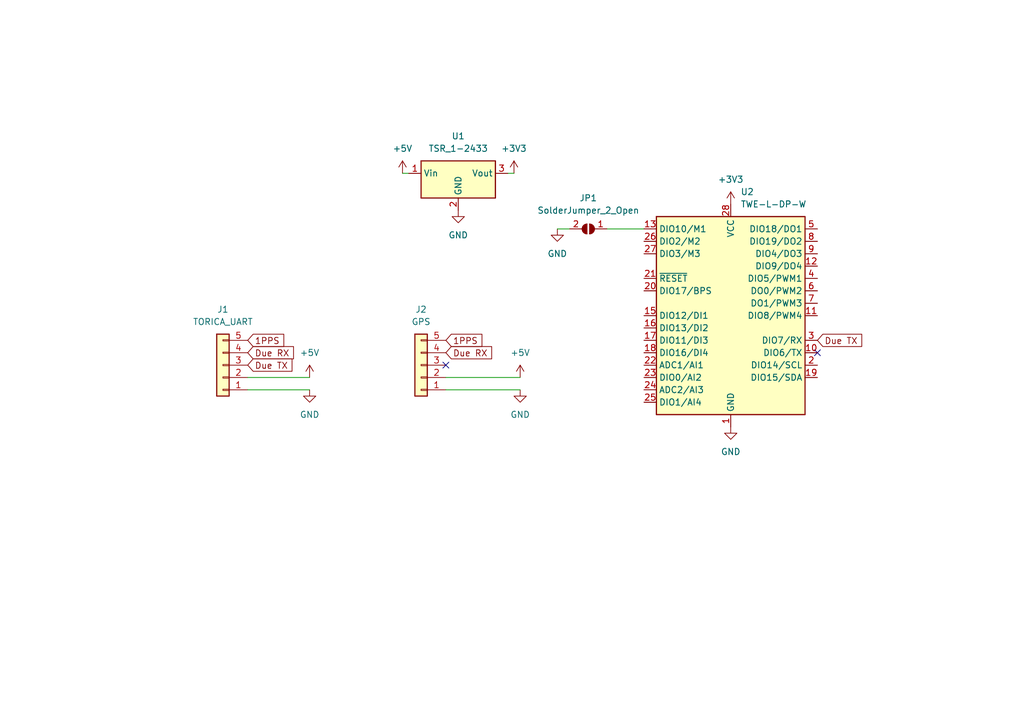
<source format=kicad_sch>
(kicad_sch (version 20211123) (generator eeschema)
  (paper "A5")
  (lib_symbols
    (symbol "Connector_Generic:Conn_01x05" (pin_names (offset 1.016) hide)
      (property "Reference" "J" (at 0 7.62 0))
      (property "Value" "Conn_01x05" (at 0 -7.62 0))
      (symbol "Conn_01x05_1_1"
        (rectangle (start -1.27 -4.953) (end 0 -5.207) (stroke (width 0.1524)))
        (rectangle (start -1.27 -2.413) (end 0 -2.667) (stroke (width 0.1524)))
        (rectangle (start -1.27 0.127) (end 0 -0.127) (stroke (width 0.1524)))
        (rectangle (start -1.27 2.667) (end 0 2.413) (stroke (width 0.1524)))
        (rectangle (start -1.27 5.207) (end 0 4.953) (stroke (width 0.1524)))
        (rectangle (start -1.27 6.35) (end 1.27 -6.35) (stroke (width 0.254)) (fill (type background)))
        (pin passive line (at -5.08 5.08 0) (length 3.81) (name "Pin_1") (number "1"))
        (pin passive line (at -5.08 2.54 0) (length 3.81) (name "Pin_2") (number "2"))
        (pin passive line (at -5.08 0 0) (length 3.81) (name "Pin_3") (number "3"))
        (pin passive line (at -5.08 -2.54 0) (length 3.81) (name "Pin_4") (number "4"))
        (pin passive line (at -5.08 -5.08 0) (length 3.81) (name "Pin_5") (number "5"))
      )
    )
    (symbol "Jumper:SolderJumper_2_Open" (pin_names (offset 0) hide)
      (property "Reference" "JP" (at 0 2.032 0))
      (property "Value" "SolderJumper_2_Open" (at 0 -2.54 0))
      (symbol "SolderJumper_2_Open_0_1"
        (arc (start -0.254 1.016) (mid -1.27 0) (end -0.254 -1.016))
        (arc (start -0.254 1.016) (mid -1.27 0) (end -0.254 -1.016) (fill (type outline)))
        (polyline (pts (xy -0.254 1.016) (xy -0.254 -1.016)))
        (polyline (pts (xy 0.254 1.016) (xy 0.254 -1.016)))
        (arc (start 0.254 -1.016) (mid 1.27 0) (end 0.254 1.016))
        (arc (start 0.254 -1.016) (mid 1.27 0) (end 0.254 1.016) (fill (type outline)))
      )
      (symbol "SolderJumper_2_Open_1_1"
        (pin passive line (at -3.81 0 0) (length 2.54) (name "A") (number "1"))
        (pin passive line (at 3.81 0 180) (length 2.54) (name "B") (number "2"))
      )
    )
    (symbol "RF_ZigBee:TWE-L-DP-W"
      (property "Reference" "U" (at -11.43 21.59 0))
      (property "Value" "TWE-L-DP-W" (at 7.62 21.59 0))
      (symbol "TWE-L-DP-W_1_0"
        (rectangle (start -15.24 -20.32) (end 15.24 20.32) (stroke (width 0.254)) (fill (type background)))
      )
      (symbol "TWE-L-DP-W_1_1"
        (pin power_in line (at 0 -22.86 90) (length 2.54) (name "GND") (number "1"))
        (pin bidirectional line (at 17.78 -7.62 180) (length 2.54) (name "DIO6/TX") (number "10"))
        (pin bidirectional line (at 17.78 0 180) (length 2.54) (name "DIO8/PWM4") (number "11"))
        (pin bidirectional line (at 17.78 10.16 180) (length 2.54) (name "DIO9/DO4") (number "12"))
        (pin bidirectional line (at -17.78 17.78 0) (length 2.54) (name "DIO10/M1") (number "13"))
        (pin passive line (at 0 -22.86 90) (length 2.54) hide (name "GND") (number "14"))
        (pin bidirectional line (at -17.78 0 0) (length 2.54) (name "DIO12/DI1") (number "15"))
        (pin bidirectional line (at -17.78 -2.54 0) (length 2.54) (name "DIO13/DI2") (number "16"))
        (pin bidirectional line (at -17.78 -5.08 0) (length 2.54) (name "DIO11/DI3") (number "17"))
        (pin bidirectional line (at -17.78 -7.62 0) (length 2.54) (name "DIO16/DI4") (number "18"))
        (pin bidirectional line (at 17.78 -12.7 180) (length 2.54) (name "DIO15/SDA") (number "19"))
        (pin bidirectional line (at 17.78 -10.16 180) (length 2.54) (name "DIO14/SCL") (number "2"))
        (pin bidirectional line (at -17.78 5.08 0) (length 2.54) (name "DIO17/BPS") (number "20"))
        (pin input line (at -17.78 7.62 0) (length 2.54) (name "~{RESET}") (number "21"))
        (pin input line (at -17.78 -10.16 0) (length 2.54) (name "ADC1/AI1") (number "22"))
        (pin bidirectional line (at -17.78 -12.7 0) (length 2.54) (name "DIO0/AI2") (number "23"))
        (pin input line (at -17.78 -15.24 0) (length 2.54) (name "ADC2/AI3") (number "24"))
        (pin bidirectional line (at -17.78 -17.78 0) (length 2.54) (name "DIO1/AI4") (number "25"))
        (pin bidirectional line (at -17.78 15.24 0) (length 2.54) (name "DIO2/M2") (number "26"))
        (pin bidirectional line (at -17.78 12.7 0) (length 2.54) (name "DIO3/M3") (number "27"))
        (pin power_in line (at 0 22.86 270) (length 2.54) (name "VCC") (number "28"))
        (pin bidirectional line (at 17.78 -5.08 180) (length 2.54) (name "DIO7/RX") (number "3"))
        (pin bidirectional line (at 17.78 7.62 180) (length 2.54) (name "DIO5/PWM1") (number "4"))
        (pin bidirectional line (at 17.78 17.78 180) (length 2.54) (name "DIO18/DO1") (number "5"))
        (pin output line (at 17.78 5.08 180) (length 2.54) (name "DO0/PWM2") (number "6"))
        (pin bidirectional line (at 17.78 2.54 180) (length 2.54) (name "DO1/PWM3") (number "7"))
        (pin bidirectional line (at 17.78 15.24 180) (length 2.54) (name "DIO19/DO2") (number "8"))
        (pin bidirectional line (at 17.78 12.7 180) (length 2.54) (name "DIO4/DO3") (number "9"))
      )
    )
    (symbol "Regulator_Switching:TSR_1-2433"
      (property "Reference" "U" (at -7.62 6.35 0))
      (property "Value" "TSR_1-2433" (at -1.27 6.35 0))
      (symbol "TSR_1-2433_0_1"
        (rectangle (start -7.62 5.08) (end 7.62 -2.54) (stroke (width 0.254)) (fill (type background)))
      )
      (symbol "TSR_1-2433_1_1"
        (pin power_in line (at -10.16 2.54 0) (length 2.54) (name "Vin") (number "1"))
        (pin power_in line (at 0 -5.08 90) (length 2.54) (name "GND") (number "2"))
        (pin power_out line (at 10.16 2.54 180) (length 2.54) (name "Vout") (number "3"))
      )
    )
    (symbol "power:+3V3" (power) (pin_names (offset 0))
      (property "Value" "+3V3" (at 0 3.556 0))
      (symbol "+3V3_0_1"
        (polyline (pts (xy -0.762 1.27) (xy 0 2.54)))
        (polyline (pts (xy 0 0) (xy 0 2.54)))
        (polyline (pts (xy 0 2.54) (xy 0.762 1.27)))
      )
      (symbol "+3V3_1_1"
        (pin power_in line (at 0 0 90) (length 0) hide (name "+3V3") (number "1"))
      )
    )
    (symbol "power:+5V" (power) (pin_names (offset 0))
      (property "Value" "+5V" (at 0 3.556 0))
      (symbol "+5V_0_1"
        (polyline (pts (xy -0.762 1.27) (xy 0 2.54)))
        (polyline (pts (xy 0 0) (xy 0 2.54)))
        (polyline (pts (xy 0 2.54) (xy 0.762 1.27)))
      )
      (symbol "+5V_1_1"
        (pin power_in line (at 0 0 90) (length 0) hide (name "+5V") (number "1"))
      )
    )
    (symbol "power:GND" (power) (pin_names (offset 0))
      (property "Value" "GND" (at 0 -3.81 0))
      (symbol "GND_0_1"
        (polyline (pts (xy 0 0) (xy 0 -1.27) (xy 1.27 -1.27) (xy 0 -2.54) (xy -1.27 -1.27) (xy 0 -1.27)))
      )
      (symbol "GND_1_1"
        (pin power_in line (at 0 0 270) (length 0) hide (name "GND") (number "1"))
      )
    )
  )
  (no_connect (at 167.64 72.39))
  (no_connect (at 91.44 74.93))
  (wire (pts (xy 105.41 35.56) (xy 104.14 35.56)))
  (wire (pts (xy 114.3 46.99) (xy 116.84 46.99)))
  (wire (pts (xy 106.68 77.47) (xy 91.44 77.47)))
  (wire (pts (xy 106.68 80.01) (xy 91.44 80.01)))
  (wire (pts (xy 82.55 35.56) (xy 83.82 35.56)))
  (wire (pts (xy 124.46 46.99) (xy 132.08 46.99)))
  (wire (pts (xy 50.8 77.47) (xy 63.5 77.47)))
  (wire (pts (xy 50.8 80.01) (xy 63.5 80.01)))
  (global_label "1PPS" (shape input) (at 91.44 69.85 0) (property "Intersheet References" "${INTERSHEET_REFS}" (effects hide)))
  (global_label "Due TX" (shape input) (at 167.64 69.85 0) (property "Intersheet References" "${INTERSHEET_REFS}" (effects hide)))
  (global_label "1PPS" (shape input) (at 50.8 69.85 0) (property "Intersheet References" "${INTERSHEET_REFS}" (effects hide)))
  (global_label "Due TX" (shape input) (at 50.8 74.93 0) (property "Intersheet References" "${INTERSHEET_REFS}" (effects hide)))
  (global_label "Due RX" (shape input) (at 91.44 72.39 0) (property "Intersheet References" "${INTERSHEET_REFS}" (effects hide)))
  (global_label "Due RX" (shape input) (at 50.8 72.39 0) (property "Intersheet References" "${INTERSHEET_REFS}" (effects hide)))
  (symbol (lib_id "power:+5V") (at 82.55 35.56 0) (unit 1)
    (property "Reference" "#PWR0107" (effects hide))
    (property "Value" "+5V" (at 82.55 30.48 0))
  )
  (symbol (lib_id "power:GND") (at 106.68 80.01 0) (unit 1)
    (property "Reference" "#PWR0104" (effects hide))
    (property "Value" "GND" (at 106.68 85.09 0))
  )
  (symbol (lib_id "power:+3V3") (at 105.41 35.56 0) (unit 1)
    (property "Reference" "#PWR0106" (effects hide))
    (property "Value" "+3V3" (at 105.41 30.48 0))
  )
  (symbol (lib_id "Jumper:SolderJumper_2_Open") (at 120.65 46.99 180) (unit 1)
    (property "Reference" "JP1" (at 120.65 40.64 0))
    (property "Value" "SolderJumper_2_Open" (at 120.65 43.18 0))
    (property "Footprint" "Jumper:SolderJumper-2_P1.3mm_Open_RoundedPad1.0x1.5mm" (effects hide))
  )
  (symbol (lib_id "power:GND") (at 149.86 87.63 0) (unit 1)
    (property "Reference" "#PWR0109" (effects hide))
    (property "Value" "GND" (at 149.86 92.71 0))
  )
  (symbol (lib_id "power:GND") (at 63.5 80.01 0) (unit 1)
    (property "Reference" "#PWR0101" (effects hide))
    (property "Value" "GND" (at 63.5 85.09 0))
  )
  (symbol (lib_id "RF_ZigBee:TWE-L-DP-W") (at 149.86 64.77 0) (unit 1)
    (property "Reference" "U2" (at 151.8794 39.37 0) (effects (justify left)))
    (property "Value" "TWE-L-DP-W" (at 151.8794 41.91 0) (effects (justify left)))
    (property "Footprint" "Package_DIP:DIP-28_W15.24mm" (effects hide))
    (property "Datasheet" "https://www.mono-wireless.com/jp/products/TWE-Lite-DIP/MW-PDS-TWELITEDIP-JP.pdf" (effects hide))
  )
  (symbol (lib_id "power:+5V") (at 63.5 77.47 0) (unit 1)
    (property "Reference" "#PWR0102" (effects hide))
    (property "Value" "+5V" (at 63.5 72.39 0))
  )
  (symbol (lib_id "power:+5V") (at 106.68 77.47 0) (unit 1)
    (property "Reference" "#PWR0103" (effects hide))
    (property "Value" "+5V" (at 106.68 72.39 0))
  )
  (symbol (lib_id "power:GND") (at 93.98 43.18 0) (unit 1)
    (property "Reference" "#PWR0105" (effects hide))
    (property "Value" "GND" (at 93.98 48.26 0))
  )
  (symbol (lib_id "power:GND") (at 114.3 46.99 0) (unit 1)
    (property "Reference" "#PWR0108" (effects hide))
    (property "Value" "GND" (at 114.3 52.07 0))
  )
  (symbol (lib_id "power:+3V3") (at 149.86 41.91 0) (unit 1)
    (property "Reference" "#PWR0110" (effects hide))
    (property "Value" "+3V3" (at 149.86 36.83 0))
  )
  (symbol (lib_id "Connector_Generic:Conn_01x05") (at 86.36 74.93 180) (unit 1)
    (property "Reference" "J2" (at 86.36 63.5 0))
    (property "Value" "GPS" (at 86.36 66.04 0))
    (property "Footprint" "Connector_PinSocket_2.54mm:PinSocket_1x05_P2.54mm_Vertical" (effects hide))
  )
  (symbol (lib_id "Connector_Generic:Conn_01x05") (at 45.72 74.93 180) (unit 1)
    (property "Reference" "J1" (at 45.72 63.5 0))
    (property "Value" "TORICA_UART" (at 45.72 66.04 0))
    (property "Footprint" "Connector_JST:JST_XH_S5B-XH-A_1x05_P2.50mm_Horizontal" (effects hide))
  )
  (symbol (lib_id "Regulator_Switching:TSR_1-2433") (at 93.98 38.1 0) (unit 1)
    (property "Reference" "U1" (at 93.98 27.94 0))
    (property "Value" "TSR_1-2433" (at 93.98 30.48 0))
    (property "Footprint" "Converter_DCDC:Converter_DCDC_TRACO_TSR-1_THT" (effects hide))
    (property "Datasheet" "http://www.tracopower.com/products/tsr1.pdf" (effects hide))
  )
)
</source>
